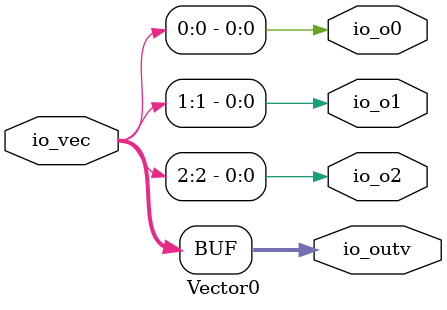
<source format=v>
module Vector0(
  input  [2:0] io_vec,
  output [2:0] io_outv,
  output       io_o2,
  output       io_o1,
  output       io_o0
);
  assign io_outv = io_vec; // @[Vector0.scala 14:10]
  assign io_o2 = io_vec[2]; // @[Vector0.scala 15:16]
  assign io_o1 = io_vec[1]; // @[Vector0.scala 16:16]
  assign io_o0 = io_vec[0]; // @[Vector0.scala 17:16]
endmodule

</source>
